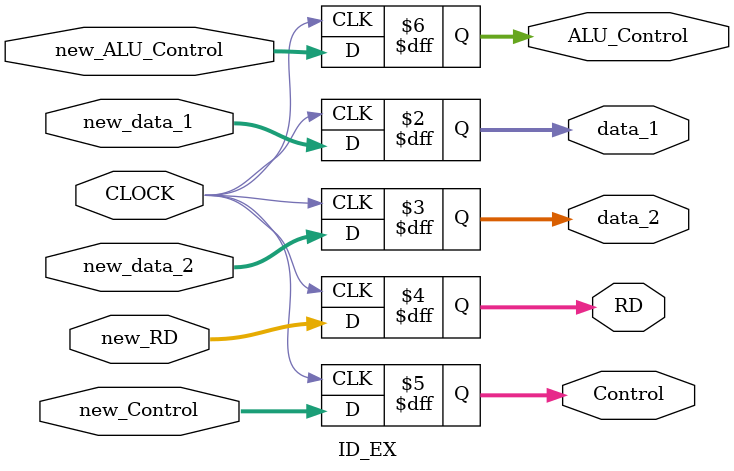
<source format=v>

module ID_EX(
	input wire CLOCK,
	input wire [31:0]new_data_1,
	input wire [31:0]new_data_2,
	input wire [4:0]new_RD,
	input wire [31:0]new_Control,
	input wire [4:0]new_ALU_Control,
	
	output reg [31:0]data_1,
	output reg [31:0]data_2,
	output reg [4:0]RD,
	output reg [31:0]Control,
	output reg [4:0]ALU_Control);
	
	always @(posedge CLOCK) begin
		RD <= new_RD;
		data_2 <= new_data_2;
		data_1 <= new_data_1;
		Control <= new_Control;
		ALU_Control <= new_ALU_Control;
	end
endmodule

</source>
